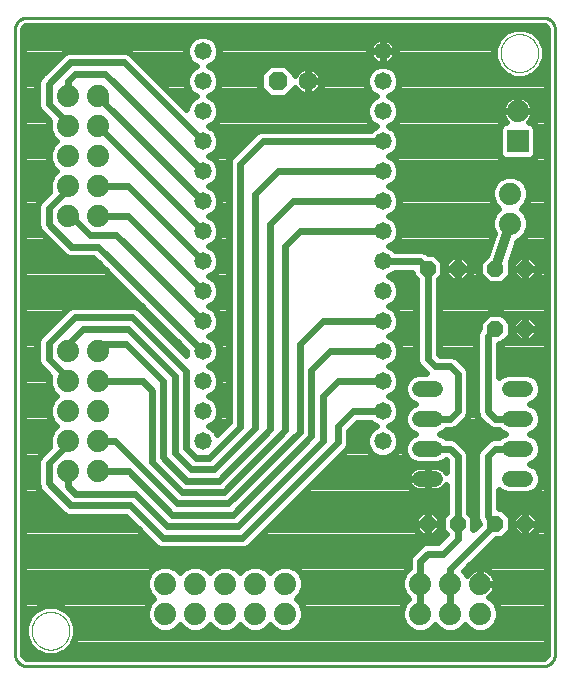
<source format=gbl>
G75*
%MOIN*%
%OFA0B0*%
%FSLAX25Y25*%
%IPPOS*%
%LPD*%
%AMOC8*
5,1,8,0,0,1.08239X$1,22.5*
%
%ADD10C,0.00000*%
%ADD11C,0.01000*%
%ADD12C,0.07400*%
%ADD13C,0.05800*%
%ADD14OC8,0.06300*%
%ADD15C,0.06300*%
%ADD16OC8,0.05200*%
%ADD17R,0.07400X0.07400*%
%ADD18C,0.05200*%
%ADD19C,0.02400*%
%ADD20C,0.03200*%
D10*
X0012712Y0019011D02*
X0012714Y0019169D01*
X0012720Y0019327D01*
X0012730Y0019485D01*
X0012744Y0019643D01*
X0012762Y0019800D01*
X0012783Y0019957D01*
X0012809Y0020113D01*
X0012839Y0020269D01*
X0012872Y0020424D01*
X0012910Y0020577D01*
X0012951Y0020730D01*
X0012996Y0020882D01*
X0013045Y0021033D01*
X0013098Y0021182D01*
X0013154Y0021330D01*
X0013214Y0021476D01*
X0013278Y0021621D01*
X0013346Y0021764D01*
X0013417Y0021906D01*
X0013491Y0022046D01*
X0013569Y0022183D01*
X0013651Y0022319D01*
X0013735Y0022453D01*
X0013824Y0022584D01*
X0013915Y0022713D01*
X0014010Y0022840D01*
X0014107Y0022965D01*
X0014208Y0023087D01*
X0014312Y0023206D01*
X0014419Y0023323D01*
X0014529Y0023437D01*
X0014642Y0023548D01*
X0014757Y0023657D01*
X0014875Y0023762D01*
X0014996Y0023864D01*
X0015119Y0023964D01*
X0015245Y0024060D01*
X0015373Y0024153D01*
X0015503Y0024243D01*
X0015636Y0024329D01*
X0015771Y0024413D01*
X0015907Y0024492D01*
X0016046Y0024569D01*
X0016187Y0024641D01*
X0016329Y0024711D01*
X0016473Y0024776D01*
X0016619Y0024838D01*
X0016766Y0024896D01*
X0016915Y0024951D01*
X0017065Y0025002D01*
X0017216Y0025049D01*
X0017368Y0025092D01*
X0017521Y0025131D01*
X0017676Y0025167D01*
X0017831Y0025198D01*
X0017987Y0025226D01*
X0018143Y0025250D01*
X0018300Y0025270D01*
X0018458Y0025286D01*
X0018615Y0025298D01*
X0018774Y0025306D01*
X0018932Y0025310D01*
X0019090Y0025310D01*
X0019248Y0025306D01*
X0019407Y0025298D01*
X0019564Y0025286D01*
X0019722Y0025270D01*
X0019879Y0025250D01*
X0020035Y0025226D01*
X0020191Y0025198D01*
X0020346Y0025167D01*
X0020501Y0025131D01*
X0020654Y0025092D01*
X0020806Y0025049D01*
X0020957Y0025002D01*
X0021107Y0024951D01*
X0021256Y0024896D01*
X0021403Y0024838D01*
X0021549Y0024776D01*
X0021693Y0024711D01*
X0021835Y0024641D01*
X0021976Y0024569D01*
X0022115Y0024492D01*
X0022251Y0024413D01*
X0022386Y0024329D01*
X0022519Y0024243D01*
X0022649Y0024153D01*
X0022777Y0024060D01*
X0022903Y0023964D01*
X0023026Y0023864D01*
X0023147Y0023762D01*
X0023265Y0023657D01*
X0023380Y0023548D01*
X0023493Y0023437D01*
X0023603Y0023323D01*
X0023710Y0023206D01*
X0023814Y0023087D01*
X0023915Y0022965D01*
X0024012Y0022840D01*
X0024107Y0022713D01*
X0024198Y0022584D01*
X0024287Y0022453D01*
X0024371Y0022319D01*
X0024453Y0022183D01*
X0024531Y0022046D01*
X0024605Y0021906D01*
X0024676Y0021764D01*
X0024744Y0021621D01*
X0024808Y0021476D01*
X0024868Y0021330D01*
X0024924Y0021182D01*
X0024977Y0021033D01*
X0025026Y0020882D01*
X0025071Y0020730D01*
X0025112Y0020577D01*
X0025150Y0020424D01*
X0025183Y0020269D01*
X0025213Y0020113D01*
X0025239Y0019957D01*
X0025260Y0019800D01*
X0025278Y0019643D01*
X0025292Y0019485D01*
X0025302Y0019327D01*
X0025308Y0019169D01*
X0025310Y0019011D01*
X0025308Y0018853D01*
X0025302Y0018695D01*
X0025292Y0018537D01*
X0025278Y0018379D01*
X0025260Y0018222D01*
X0025239Y0018065D01*
X0025213Y0017909D01*
X0025183Y0017753D01*
X0025150Y0017598D01*
X0025112Y0017445D01*
X0025071Y0017292D01*
X0025026Y0017140D01*
X0024977Y0016989D01*
X0024924Y0016840D01*
X0024868Y0016692D01*
X0024808Y0016546D01*
X0024744Y0016401D01*
X0024676Y0016258D01*
X0024605Y0016116D01*
X0024531Y0015976D01*
X0024453Y0015839D01*
X0024371Y0015703D01*
X0024287Y0015569D01*
X0024198Y0015438D01*
X0024107Y0015309D01*
X0024012Y0015182D01*
X0023915Y0015057D01*
X0023814Y0014935D01*
X0023710Y0014816D01*
X0023603Y0014699D01*
X0023493Y0014585D01*
X0023380Y0014474D01*
X0023265Y0014365D01*
X0023147Y0014260D01*
X0023026Y0014158D01*
X0022903Y0014058D01*
X0022777Y0013962D01*
X0022649Y0013869D01*
X0022519Y0013779D01*
X0022386Y0013693D01*
X0022251Y0013609D01*
X0022115Y0013530D01*
X0021976Y0013453D01*
X0021835Y0013381D01*
X0021693Y0013311D01*
X0021549Y0013246D01*
X0021403Y0013184D01*
X0021256Y0013126D01*
X0021107Y0013071D01*
X0020957Y0013020D01*
X0020806Y0012973D01*
X0020654Y0012930D01*
X0020501Y0012891D01*
X0020346Y0012855D01*
X0020191Y0012824D01*
X0020035Y0012796D01*
X0019879Y0012772D01*
X0019722Y0012752D01*
X0019564Y0012736D01*
X0019407Y0012724D01*
X0019248Y0012716D01*
X0019090Y0012712D01*
X0018932Y0012712D01*
X0018774Y0012716D01*
X0018615Y0012724D01*
X0018458Y0012736D01*
X0018300Y0012752D01*
X0018143Y0012772D01*
X0017987Y0012796D01*
X0017831Y0012824D01*
X0017676Y0012855D01*
X0017521Y0012891D01*
X0017368Y0012930D01*
X0017216Y0012973D01*
X0017065Y0013020D01*
X0016915Y0013071D01*
X0016766Y0013126D01*
X0016619Y0013184D01*
X0016473Y0013246D01*
X0016329Y0013311D01*
X0016187Y0013381D01*
X0016046Y0013453D01*
X0015907Y0013530D01*
X0015771Y0013609D01*
X0015636Y0013693D01*
X0015503Y0013779D01*
X0015373Y0013869D01*
X0015245Y0013962D01*
X0015119Y0014058D01*
X0014996Y0014158D01*
X0014875Y0014260D01*
X0014757Y0014365D01*
X0014642Y0014474D01*
X0014529Y0014585D01*
X0014419Y0014699D01*
X0014312Y0014816D01*
X0014208Y0014935D01*
X0014107Y0015057D01*
X0014010Y0015182D01*
X0013915Y0015309D01*
X0013824Y0015438D01*
X0013735Y0015569D01*
X0013651Y0015703D01*
X0013569Y0015839D01*
X0013491Y0015976D01*
X0013417Y0016116D01*
X0013346Y0016258D01*
X0013278Y0016401D01*
X0013214Y0016546D01*
X0013154Y0016692D01*
X0013098Y0016840D01*
X0013045Y0016989D01*
X0012996Y0017140D01*
X0012951Y0017292D01*
X0012910Y0017445D01*
X0012872Y0017598D01*
X0012839Y0017753D01*
X0012809Y0017909D01*
X0012783Y0018065D01*
X0012762Y0018222D01*
X0012744Y0018379D01*
X0012730Y0018537D01*
X0012720Y0018695D01*
X0012714Y0018853D01*
X0012712Y0019011D01*
X0169011Y0211590D02*
X0169013Y0211748D01*
X0169019Y0211906D01*
X0169029Y0212064D01*
X0169043Y0212222D01*
X0169061Y0212379D01*
X0169082Y0212536D01*
X0169108Y0212692D01*
X0169138Y0212848D01*
X0169171Y0213003D01*
X0169209Y0213156D01*
X0169250Y0213309D01*
X0169295Y0213461D01*
X0169344Y0213612D01*
X0169397Y0213761D01*
X0169453Y0213909D01*
X0169513Y0214055D01*
X0169577Y0214200D01*
X0169645Y0214343D01*
X0169716Y0214485D01*
X0169790Y0214625D01*
X0169868Y0214762D01*
X0169950Y0214898D01*
X0170034Y0215032D01*
X0170123Y0215163D01*
X0170214Y0215292D01*
X0170309Y0215419D01*
X0170406Y0215544D01*
X0170507Y0215666D01*
X0170611Y0215785D01*
X0170718Y0215902D01*
X0170828Y0216016D01*
X0170941Y0216127D01*
X0171056Y0216236D01*
X0171174Y0216341D01*
X0171295Y0216443D01*
X0171418Y0216543D01*
X0171544Y0216639D01*
X0171672Y0216732D01*
X0171802Y0216822D01*
X0171935Y0216908D01*
X0172070Y0216992D01*
X0172206Y0217071D01*
X0172345Y0217148D01*
X0172486Y0217220D01*
X0172628Y0217290D01*
X0172772Y0217355D01*
X0172918Y0217417D01*
X0173065Y0217475D01*
X0173214Y0217530D01*
X0173364Y0217581D01*
X0173515Y0217628D01*
X0173667Y0217671D01*
X0173820Y0217710D01*
X0173975Y0217746D01*
X0174130Y0217777D01*
X0174286Y0217805D01*
X0174442Y0217829D01*
X0174599Y0217849D01*
X0174757Y0217865D01*
X0174914Y0217877D01*
X0175073Y0217885D01*
X0175231Y0217889D01*
X0175389Y0217889D01*
X0175547Y0217885D01*
X0175706Y0217877D01*
X0175863Y0217865D01*
X0176021Y0217849D01*
X0176178Y0217829D01*
X0176334Y0217805D01*
X0176490Y0217777D01*
X0176645Y0217746D01*
X0176800Y0217710D01*
X0176953Y0217671D01*
X0177105Y0217628D01*
X0177256Y0217581D01*
X0177406Y0217530D01*
X0177555Y0217475D01*
X0177702Y0217417D01*
X0177848Y0217355D01*
X0177992Y0217290D01*
X0178134Y0217220D01*
X0178275Y0217148D01*
X0178414Y0217071D01*
X0178550Y0216992D01*
X0178685Y0216908D01*
X0178818Y0216822D01*
X0178948Y0216732D01*
X0179076Y0216639D01*
X0179202Y0216543D01*
X0179325Y0216443D01*
X0179446Y0216341D01*
X0179564Y0216236D01*
X0179679Y0216127D01*
X0179792Y0216016D01*
X0179902Y0215902D01*
X0180009Y0215785D01*
X0180113Y0215666D01*
X0180214Y0215544D01*
X0180311Y0215419D01*
X0180406Y0215292D01*
X0180497Y0215163D01*
X0180586Y0215032D01*
X0180670Y0214898D01*
X0180752Y0214762D01*
X0180830Y0214625D01*
X0180904Y0214485D01*
X0180975Y0214343D01*
X0181043Y0214200D01*
X0181107Y0214055D01*
X0181167Y0213909D01*
X0181223Y0213761D01*
X0181276Y0213612D01*
X0181325Y0213461D01*
X0181370Y0213309D01*
X0181411Y0213156D01*
X0181449Y0213003D01*
X0181482Y0212848D01*
X0181512Y0212692D01*
X0181538Y0212536D01*
X0181559Y0212379D01*
X0181577Y0212222D01*
X0181591Y0212064D01*
X0181601Y0211906D01*
X0181607Y0211748D01*
X0181609Y0211590D01*
X0181607Y0211432D01*
X0181601Y0211274D01*
X0181591Y0211116D01*
X0181577Y0210958D01*
X0181559Y0210801D01*
X0181538Y0210644D01*
X0181512Y0210488D01*
X0181482Y0210332D01*
X0181449Y0210177D01*
X0181411Y0210024D01*
X0181370Y0209871D01*
X0181325Y0209719D01*
X0181276Y0209568D01*
X0181223Y0209419D01*
X0181167Y0209271D01*
X0181107Y0209125D01*
X0181043Y0208980D01*
X0180975Y0208837D01*
X0180904Y0208695D01*
X0180830Y0208555D01*
X0180752Y0208418D01*
X0180670Y0208282D01*
X0180586Y0208148D01*
X0180497Y0208017D01*
X0180406Y0207888D01*
X0180311Y0207761D01*
X0180214Y0207636D01*
X0180113Y0207514D01*
X0180009Y0207395D01*
X0179902Y0207278D01*
X0179792Y0207164D01*
X0179679Y0207053D01*
X0179564Y0206944D01*
X0179446Y0206839D01*
X0179325Y0206737D01*
X0179202Y0206637D01*
X0179076Y0206541D01*
X0178948Y0206448D01*
X0178818Y0206358D01*
X0178685Y0206272D01*
X0178550Y0206188D01*
X0178414Y0206109D01*
X0178275Y0206032D01*
X0178134Y0205960D01*
X0177992Y0205890D01*
X0177848Y0205825D01*
X0177702Y0205763D01*
X0177555Y0205705D01*
X0177406Y0205650D01*
X0177256Y0205599D01*
X0177105Y0205552D01*
X0176953Y0205509D01*
X0176800Y0205470D01*
X0176645Y0205434D01*
X0176490Y0205403D01*
X0176334Y0205375D01*
X0176178Y0205351D01*
X0176021Y0205331D01*
X0175863Y0205315D01*
X0175706Y0205303D01*
X0175547Y0205295D01*
X0175389Y0205291D01*
X0175231Y0205291D01*
X0175073Y0205295D01*
X0174914Y0205303D01*
X0174757Y0205315D01*
X0174599Y0205331D01*
X0174442Y0205351D01*
X0174286Y0205375D01*
X0174130Y0205403D01*
X0173975Y0205434D01*
X0173820Y0205470D01*
X0173667Y0205509D01*
X0173515Y0205552D01*
X0173364Y0205599D01*
X0173214Y0205650D01*
X0173065Y0205705D01*
X0172918Y0205763D01*
X0172772Y0205825D01*
X0172628Y0205890D01*
X0172486Y0205960D01*
X0172345Y0206032D01*
X0172206Y0206109D01*
X0172070Y0206188D01*
X0171935Y0206272D01*
X0171802Y0206358D01*
X0171672Y0206448D01*
X0171544Y0206541D01*
X0171418Y0206637D01*
X0171295Y0206737D01*
X0171174Y0206839D01*
X0171056Y0206944D01*
X0170941Y0207053D01*
X0170828Y0207164D01*
X0170718Y0207278D01*
X0170611Y0207395D01*
X0170507Y0207514D01*
X0170406Y0207636D01*
X0170309Y0207761D01*
X0170214Y0207888D01*
X0170123Y0208017D01*
X0170034Y0208148D01*
X0169950Y0208282D01*
X0169868Y0208418D01*
X0169790Y0208555D01*
X0169716Y0208695D01*
X0169645Y0208837D01*
X0169577Y0208980D01*
X0169513Y0209125D01*
X0169453Y0209271D01*
X0169397Y0209419D01*
X0169344Y0209568D01*
X0169295Y0209719D01*
X0169250Y0209871D01*
X0169209Y0210024D01*
X0169171Y0210177D01*
X0169138Y0210332D01*
X0169108Y0210488D01*
X0169082Y0210644D01*
X0169061Y0210801D01*
X0169043Y0210958D01*
X0169029Y0211116D01*
X0169019Y0211274D01*
X0169013Y0211432D01*
X0169011Y0211590D01*
D11*
X0007200Y0219464D02*
X0007200Y0011137D01*
X0007202Y0011013D01*
X0007208Y0010890D01*
X0007217Y0010766D01*
X0007231Y0010644D01*
X0007248Y0010521D01*
X0007270Y0010399D01*
X0007295Y0010278D01*
X0007324Y0010158D01*
X0007356Y0010039D01*
X0007393Y0009920D01*
X0007433Y0009803D01*
X0007476Y0009688D01*
X0007524Y0009573D01*
X0007575Y0009461D01*
X0007629Y0009350D01*
X0007687Y0009240D01*
X0007748Y0009133D01*
X0007813Y0009027D01*
X0007881Y0008924D01*
X0007952Y0008823D01*
X0008026Y0008724D01*
X0008103Y0008627D01*
X0008184Y0008533D01*
X0008267Y0008442D01*
X0008353Y0008353D01*
X0008442Y0008267D01*
X0008533Y0008184D01*
X0008627Y0008103D01*
X0008724Y0008026D01*
X0008823Y0007952D01*
X0008924Y0007881D01*
X0009027Y0007813D01*
X0009133Y0007748D01*
X0009240Y0007687D01*
X0009350Y0007629D01*
X0009461Y0007575D01*
X0009573Y0007524D01*
X0009688Y0007476D01*
X0009803Y0007433D01*
X0009920Y0007393D01*
X0010039Y0007356D01*
X0010158Y0007324D01*
X0010278Y0007295D01*
X0010399Y0007270D01*
X0010521Y0007248D01*
X0010644Y0007231D01*
X0010766Y0007217D01*
X0010890Y0007208D01*
X0011013Y0007202D01*
X0011137Y0007200D01*
X0183184Y0007200D01*
X0183308Y0007202D01*
X0183431Y0007208D01*
X0183555Y0007217D01*
X0183677Y0007231D01*
X0183800Y0007248D01*
X0183922Y0007270D01*
X0184043Y0007295D01*
X0184163Y0007324D01*
X0184282Y0007356D01*
X0184401Y0007393D01*
X0184518Y0007433D01*
X0184633Y0007476D01*
X0184748Y0007524D01*
X0184860Y0007575D01*
X0184971Y0007629D01*
X0185081Y0007687D01*
X0185188Y0007748D01*
X0185294Y0007813D01*
X0185397Y0007881D01*
X0185498Y0007952D01*
X0185597Y0008026D01*
X0185694Y0008103D01*
X0185788Y0008184D01*
X0185879Y0008267D01*
X0185968Y0008353D01*
X0186054Y0008442D01*
X0186137Y0008533D01*
X0186218Y0008627D01*
X0186295Y0008724D01*
X0186369Y0008823D01*
X0186440Y0008924D01*
X0186508Y0009027D01*
X0186573Y0009133D01*
X0186634Y0009240D01*
X0186692Y0009350D01*
X0186746Y0009461D01*
X0186797Y0009573D01*
X0186845Y0009688D01*
X0186888Y0009803D01*
X0186928Y0009920D01*
X0186965Y0010039D01*
X0186997Y0010158D01*
X0187026Y0010278D01*
X0187051Y0010399D01*
X0187073Y0010521D01*
X0187090Y0010644D01*
X0187104Y0010766D01*
X0187113Y0010890D01*
X0187119Y0011013D01*
X0187121Y0011137D01*
X0187121Y0219464D01*
X0187119Y0219588D01*
X0187113Y0219711D01*
X0187104Y0219835D01*
X0187090Y0219957D01*
X0187073Y0220080D01*
X0187051Y0220202D01*
X0187026Y0220323D01*
X0186997Y0220443D01*
X0186965Y0220562D01*
X0186928Y0220681D01*
X0186888Y0220798D01*
X0186845Y0220913D01*
X0186797Y0221028D01*
X0186746Y0221140D01*
X0186692Y0221251D01*
X0186634Y0221361D01*
X0186573Y0221468D01*
X0186508Y0221574D01*
X0186440Y0221677D01*
X0186369Y0221778D01*
X0186295Y0221877D01*
X0186218Y0221974D01*
X0186137Y0222068D01*
X0186054Y0222159D01*
X0185968Y0222248D01*
X0185879Y0222334D01*
X0185788Y0222417D01*
X0185694Y0222498D01*
X0185597Y0222575D01*
X0185498Y0222649D01*
X0185397Y0222720D01*
X0185294Y0222788D01*
X0185188Y0222853D01*
X0185081Y0222914D01*
X0184971Y0222972D01*
X0184860Y0223026D01*
X0184748Y0223077D01*
X0184633Y0223125D01*
X0184518Y0223168D01*
X0184401Y0223208D01*
X0184282Y0223245D01*
X0184163Y0223277D01*
X0184043Y0223306D01*
X0183922Y0223331D01*
X0183800Y0223353D01*
X0183677Y0223370D01*
X0183555Y0223384D01*
X0183431Y0223393D01*
X0183308Y0223399D01*
X0183184Y0223401D01*
X0011137Y0223401D01*
X0011013Y0223399D01*
X0010890Y0223393D01*
X0010766Y0223384D01*
X0010644Y0223370D01*
X0010521Y0223353D01*
X0010399Y0223331D01*
X0010278Y0223306D01*
X0010158Y0223277D01*
X0010039Y0223245D01*
X0009920Y0223208D01*
X0009803Y0223168D01*
X0009688Y0223125D01*
X0009573Y0223077D01*
X0009461Y0223026D01*
X0009350Y0222972D01*
X0009240Y0222914D01*
X0009133Y0222853D01*
X0009027Y0222788D01*
X0008924Y0222720D01*
X0008823Y0222649D01*
X0008724Y0222575D01*
X0008627Y0222498D01*
X0008533Y0222417D01*
X0008442Y0222334D01*
X0008353Y0222248D01*
X0008267Y0222159D01*
X0008184Y0222068D01*
X0008103Y0221974D01*
X0008026Y0221877D01*
X0007952Y0221778D01*
X0007881Y0221677D01*
X0007813Y0221574D01*
X0007748Y0221468D01*
X0007687Y0221361D01*
X0007629Y0221251D01*
X0007575Y0221140D01*
X0007524Y0221028D01*
X0007476Y0220913D01*
X0007433Y0220798D01*
X0007393Y0220681D01*
X0007356Y0220562D01*
X0007324Y0220443D01*
X0007295Y0220323D01*
X0007270Y0220202D01*
X0007248Y0220080D01*
X0007231Y0219957D01*
X0007217Y0219835D01*
X0007208Y0219711D01*
X0007202Y0219588D01*
X0007200Y0219464D01*
D12*
X0024700Y0197200D03*
X0024700Y0187200D03*
X0024700Y0177200D03*
X0024700Y0167200D03*
X0024700Y0157200D03*
X0034700Y0157200D03*
X0034700Y0167200D03*
X0034700Y0177200D03*
X0034700Y0187200D03*
X0034700Y0197200D03*
X0034700Y0112200D03*
X0034700Y0102200D03*
X0034700Y0092200D03*
X0034700Y0082200D03*
X0034700Y0072200D03*
X0024700Y0072200D03*
X0024700Y0082200D03*
X0024700Y0092200D03*
X0024700Y0102200D03*
X0024700Y0112200D03*
X0057200Y0034700D03*
X0057200Y0024700D03*
X0067200Y0024700D03*
X0067200Y0034700D03*
X0077200Y0034700D03*
X0077200Y0024700D03*
X0087200Y0024700D03*
X0087200Y0034700D03*
X0097200Y0034700D03*
X0097200Y0024700D03*
X0142200Y0024700D03*
X0142200Y0034700D03*
X0152200Y0034700D03*
X0152200Y0024700D03*
X0162200Y0024700D03*
X0162200Y0034700D03*
X0172200Y0154700D03*
X0172200Y0164700D03*
X0174700Y0192200D03*
D13*
X0129700Y0192200D03*
X0129700Y0182200D03*
X0129700Y0172200D03*
X0129700Y0162200D03*
X0129700Y0152200D03*
X0129700Y0142200D03*
X0129700Y0132200D03*
X0129700Y0122200D03*
X0129700Y0112200D03*
X0129700Y0102200D03*
X0129700Y0092200D03*
X0129700Y0082200D03*
X0069700Y0082200D03*
X0069700Y0092200D03*
X0069700Y0102200D03*
X0069700Y0112200D03*
X0069700Y0122200D03*
X0069700Y0132200D03*
X0069700Y0142200D03*
X0069700Y0152200D03*
X0069700Y0162200D03*
X0069700Y0172200D03*
X0069700Y0182200D03*
X0069700Y0192200D03*
X0069700Y0202200D03*
X0069700Y0212200D03*
X0129700Y0212200D03*
X0129700Y0202200D03*
D14*
X0094700Y0202200D03*
D15*
X0104700Y0202200D03*
D16*
X0144700Y0139700D03*
X0154700Y0139700D03*
X0167200Y0139700D03*
X0177200Y0139700D03*
X0177200Y0119700D03*
X0167200Y0119700D03*
X0167200Y0054700D03*
X0177200Y0054700D03*
X0154700Y0054700D03*
X0144700Y0054700D03*
D17*
X0174700Y0182200D03*
D18*
X0177300Y0099700D02*
X0172100Y0099700D01*
X0172100Y0089700D02*
X0177300Y0089700D01*
X0177300Y0079700D02*
X0172100Y0079700D01*
X0172100Y0069700D02*
X0177300Y0069700D01*
X0147300Y0069700D02*
X0142100Y0069700D01*
X0142100Y0079700D02*
X0147300Y0079700D01*
X0147300Y0089700D02*
X0142100Y0089700D01*
X0142100Y0099700D02*
X0147300Y0099700D01*
D19*
X0144126Y0104900D02*
X0141066Y0104900D01*
X0139154Y0104108D01*
X0137692Y0102646D01*
X0136900Y0100734D01*
X0136900Y0098666D01*
X0137692Y0096754D01*
X0139154Y0095292D01*
X0140583Y0094700D01*
X0139154Y0094108D01*
X0137692Y0092646D01*
X0136900Y0090734D01*
X0136900Y0088666D01*
X0137692Y0086754D01*
X0139154Y0085292D01*
X0140583Y0084700D01*
X0139154Y0084108D01*
X0137692Y0082646D01*
X0136900Y0080734D01*
X0136900Y0078666D01*
X0137692Y0076754D01*
X0139154Y0075292D01*
X0141066Y0074500D01*
X0148334Y0074500D01*
X0150246Y0075292D01*
X0150740Y0075786D01*
X0150900Y0075626D01*
X0150900Y0071886D01*
X0150892Y0071901D01*
X0150504Y0072436D01*
X0150036Y0072904D01*
X0149501Y0073292D01*
X0148912Y0073592D01*
X0148284Y0073797D01*
X0147631Y0073900D01*
X0144700Y0073900D01*
X0144700Y0069700D01*
X0144700Y0069700D01*
X0144700Y0073900D01*
X0141769Y0073900D01*
X0141116Y0073797D01*
X0140488Y0073592D01*
X0139899Y0073292D01*
X0139364Y0072904D01*
X0138896Y0072436D01*
X0138508Y0071901D01*
X0138208Y0071312D01*
X0138003Y0070684D01*
X0137900Y0070031D01*
X0137900Y0069700D01*
X0144700Y0069700D01*
X0144700Y0065500D01*
X0147631Y0065500D01*
X0148284Y0065603D01*
X0148912Y0065808D01*
X0149501Y0066108D01*
X0150036Y0066496D01*
X0150504Y0066964D01*
X0150892Y0067499D01*
X0150900Y0067514D01*
X0150900Y0058254D01*
X0149500Y0056854D01*
X0149500Y0052546D01*
X0150836Y0051210D01*
X0148126Y0048500D01*
X0143944Y0048500D01*
X0142547Y0047921D01*
X0140047Y0045421D01*
X0138979Y0044353D01*
X0138400Y0042956D01*
X0138400Y0039810D01*
X0136859Y0038269D01*
X0135900Y0035953D01*
X0135900Y0033447D01*
X0136859Y0031131D01*
X0138290Y0029700D01*
X0136859Y0028269D01*
X0135900Y0025953D01*
X0135900Y0023447D01*
X0136859Y0021131D01*
X0138631Y0019359D01*
X0140947Y0018400D01*
X0143453Y0018400D01*
X0145769Y0019359D01*
X0147200Y0020790D01*
X0148631Y0019359D01*
X0150947Y0018400D01*
X0153453Y0018400D01*
X0155769Y0019359D01*
X0157200Y0020790D01*
X0158631Y0019359D01*
X0160947Y0018400D01*
X0163453Y0018400D01*
X0165769Y0019359D01*
X0167541Y0021131D01*
X0168500Y0023447D01*
X0168500Y0025953D01*
X0167541Y0028269D01*
X0165769Y0030041D01*
X0165154Y0030295D01*
X0165653Y0030657D01*
X0166243Y0031247D01*
X0166733Y0031922D01*
X0167112Y0032666D01*
X0167369Y0033459D01*
X0167500Y0034283D01*
X0167500Y0034700D01*
X0167500Y0035117D01*
X0167369Y0035941D01*
X0167112Y0036734D01*
X0166733Y0037478D01*
X0166243Y0038153D01*
X0165653Y0038743D01*
X0164978Y0039233D01*
X0164234Y0039612D01*
X0163441Y0039869D01*
X0162617Y0040000D01*
X0162200Y0040000D01*
X0162200Y0034700D01*
X0162200Y0034700D01*
X0167500Y0034700D01*
X0162200Y0034700D01*
X0162200Y0034700D01*
X0162200Y0040000D01*
X0161783Y0040000D01*
X0160959Y0039869D01*
X0160166Y0039612D01*
X0159422Y0039233D01*
X0158747Y0038743D01*
X0158157Y0038153D01*
X0157795Y0037654D01*
X0157541Y0038269D01*
X0156842Y0038968D01*
X0167374Y0049500D01*
X0169354Y0049500D01*
X0172400Y0052546D01*
X0172400Y0056854D01*
X0169354Y0059900D01*
X0168500Y0059900D01*
X0168500Y0065946D01*
X0169154Y0065292D01*
X0171066Y0064500D01*
X0178334Y0064500D01*
X0180246Y0065292D01*
X0181708Y0066754D01*
X0182500Y0068666D01*
X0182500Y0070734D01*
X0181708Y0072646D01*
X0180246Y0074108D01*
X0178817Y0074700D01*
X0180246Y0075292D01*
X0181708Y0076754D01*
X0182500Y0078666D01*
X0182500Y0080734D01*
X0181708Y0082646D01*
X0180246Y0084108D01*
X0178817Y0084700D01*
X0180246Y0085292D01*
X0181708Y0086754D01*
X0182500Y0088666D01*
X0182500Y0090734D01*
X0181708Y0092646D01*
X0180246Y0094108D01*
X0178817Y0094700D01*
X0180246Y0095292D01*
X0181708Y0096754D01*
X0182500Y0098666D01*
X0182500Y0100734D01*
X0181708Y0102646D01*
X0180246Y0104108D01*
X0178334Y0104900D01*
X0171066Y0104900D01*
X0169154Y0104108D01*
X0168500Y0103454D01*
X0168500Y0114500D01*
X0169354Y0114500D01*
X0172400Y0117546D01*
X0172400Y0121854D01*
X0169354Y0124900D01*
X0165046Y0124900D01*
X0162000Y0121854D01*
X0162000Y0119874D01*
X0161479Y0119353D01*
X0160900Y0117956D01*
X0160900Y0091444D01*
X0161479Y0090047D01*
X0163979Y0087547D01*
X0165047Y0086479D01*
X0166444Y0085900D01*
X0168546Y0085900D01*
X0169154Y0085292D01*
X0170583Y0084700D01*
X0169154Y0084108D01*
X0168546Y0083500D01*
X0166444Y0083500D01*
X0165047Y0082921D01*
X0163979Y0081853D01*
X0161479Y0079353D01*
X0160900Y0077956D01*
X0160900Y0056444D01*
X0161479Y0055047D01*
X0161826Y0054700D01*
X0159900Y0052774D01*
X0159900Y0056854D01*
X0158500Y0058254D01*
X0158500Y0077956D01*
X0157921Y0079353D01*
X0154353Y0082921D01*
X0152956Y0083500D01*
X0150854Y0083500D01*
X0150246Y0084108D01*
X0148817Y0084700D01*
X0150246Y0085292D01*
X0150854Y0085900D01*
X0152956Y0085900D01*
X0154353Y0086479D01*
X0155421Y0087547D01*
X0156853Y0088979D01*
X0157921Y0090047D01*
X0158500Y0091444D01*
X0158500Y0105456D01*
X0157921Y0106853D01*
X0156853Y0107921D01*
X0154353Y0110421D01*
X0152956Y0111000D01*
X0148774Y0111000D01*
X0148500Y0111274D01*
X0148500Y0136146D01*
X0149900Y0137546D01*
X0149900Y0141854D01*
X0146854Y0144900D01*
X0144874Y0144900D01*
X0144353Y0145421D01*
X0142956Y0146000D01*
X0133678Y0146000D01*
X0132815Y0146863D01*
X0132001Y0147200D01*
X0132815Y0147537D01*
X0134363Y0149084D01*
X0135200Y0151106D01*
X0135200Y0153294D01*
X0134363Y0155315D01*
X0132815Y0156863D01*
X0132001Y0157200D01*
X0132815Y0157537D01*
X0134363Y0159084D01*
X0135200Y0161106D01*
X0135200Y0163294D01*
X0134363Y0165315D01*
X0132815Y0166863D01*
X0132001Y0167200D01*
X0132815Y0167537D01*
X0134363Y0169084D01*
X0135200Y0171106D01*
X0135200Y0173294D01*
X0134363Y0175315D01*
X0132815Y0176863D01*
X0132001Y0177200D01*
X0132815Y0177537D01*
X0134363Y0179084D01*
X0135200Y0181106D01*
X0135200Y0183294D01*
X0134363Y0185315D01*
X0132815Y0186863D01*
X0132001Y0187200D01*
X0132815Y0187537D01*
X0134363Y0189084D01*
X0135200Y0191106D01*
X0135200Y0193294D01*
X0134363Y0195315D01*
X0132815Y0196863D01*
X0132001Y0197200D01*
X0132815Y0197537D01*
X0134363Y0199084D01*
X0135200Y0201106D01*
X0135200Y0203294D01*
X0134363Y0205315D01*
X0132815Y0206863D01*
X0130794Y0207700D01*
X0128606Y0207700D01*
X0126584Y0206863D01*
X0125037Y0205315D01*
X0124200Y0203294D01*
X0124200Y0201106D01*
X0125037Y0199084D01*
X0126584Y0197537D01*
X0127399Y0197200D01*
X0126584Y0196863D01*
X0125037Y0195315D01*
X0124200Y0193294D01*
X0124200Y0191106D01*
X0125037Y0189084D01*
X0126584Y0187537D01*
X0127399Y0187200D01*
X0126584Y0186863D01*
X0125722Y0186000D01*
X0088944Y0186000D01*
X0087547Y0185421D01*
X0086479Y0184353D01*
X0078979Y0176853D01*
X0078400Y0175456D01*
X0078400Y0088496D01*
X0074614Y0084709D01*
X0074363Y0085315D01*
X0072815Y0086863D01*
X0072001Y0087200D01*
X0072815Y0087537D01*
X0074363Y0089084D01*
X0075200Y0091106D01*
X0075200Y0093294D01*
X0074363Y0095315D01*
X0072815Y0096863D01*
X0072001Y0097200D01*
X0072815Y0097537D01*
X0074363Y0099084D01*
X0075200Y0101106D01*
X0075200Y0103294D01*
X0074363Y0105315D01*
X0072815Y0106863D01*
X0072001Y0107200D01*
X0072815Y0107537D01*
X0074363Y0109084D01*
X0075200Y0111106D01*
X0075200Y0113294D01*
X0074363Y0115315D01*
X0072815Y0116863D01*
X0072001Y0117200D01*
X0072815Y0117537D01*
X0074363Y0119084D01*
X0075200Y0121106D01*
X0075200Y0123294D01*
X0074363Y0125315D01*
X0072815Y0126863D01*
X0072001Y0127200D01*
X0072815Y0127537D01*
X0074363Y0129084D01*
X0075200Y0131106D01*
X0075200Y0133294D01*
X0074363Y0135315D01*
X0072815Y0136863D01*
X0072001Y0137200D01*
X0072815Y0137537D01*
X0074363Y0139084D01*
X0075200Y0141106D01*
X0075200Y0143294D01*
X0074363Y0145315D01*
X0072815Y0146863D01*
X0072001Y0147200D01*
X0072815Y0147537D01*
X0074363Y0149084D01*
X0075200Y0151106D01*
X0075200Y0153294D01*
X0074363Y0155315D01*
X0072815Y0156863D01*
X0072001Y0157200D01*
X0072815Y0157537D01*
X0074363Y0159084D01*
X0075200Y0161106D01*
X0075200Y0163294D01*
X0074363Y0165315D01*
X0072815Y0166863D01*
X0072001Y0167200D01*
X0072815Y0167537D01*
X0074363Y0169084D01*
X0075200Y0171106D01*
X0075200Y0173294D01*
X0074363Y0175315D01*
X0072815Y0176863D01*
X0072001Y0177200D01*
X0072815Y0177537D01*
X0074363Y0179084D01*
X0075200Y0181106D01*
X0075200Y0183294D01*
X0074363Y0185315D01*
X0072815Y0186863D01*
X0072001Y0187200D01*
X0072815Y0187537D01*
X0074363Y0189084D01*
X0075200Y0191106D01*
X0075200Y0193294D01*
X0074363Y0195315D01*
X0072815Y0196863D01*
X0072001Y0197200D01*
X0072815Y0197537D01*
X0074363Y0199084D01*
X0075200Y0201106D01*
X0075200Y0203294D01*
X0074363Y0205315D01*
X0072815Y0206863D01*
X0072001Y0207200D01*
X0072815Y0207537D01*
X0074363Y0209084D01*
X0075200Y0211106D01*
X0075200Y0213294D01*
X0074363Y0215315D01*
X0072815Y0216863D01*
X0070794Y0217700D01*
X0068606Y0217700D01*
X0066584Y0216863D01*
X0065037Y0215315D01*
X0064200Y0213294D01*
X0064200Y0211106D01*
X0065037Y0209084D01*
X0066584Y0207537D01*
X0067399Y0207200D01*
X0066584Y0206863D01*
X0065037Y0205315D01*
X0064200Y0203294D01*
X0064200Y0201106D01*
X0065037Y0199084D01*
X0066584Y0197537D01*
X0067399Y0197200D01*
X0066584Y0196863D01*
X0065037Y0195315D01*
X0064200Y0193294D01*
X0064200Y0193074D01*
X0046621Y0210653D01*
X0045553Y0211721D01*
X0044156Y0212300D01*
X0024870Y0212300D01*
X0023473Y0211721D01*
X0016247Y0204495D01*
X0015179Y0203427D01*
X0014600Y0202030D01*
X0014600Y0193835D01*
X0015179Y0192438D01*
X0018624Y0188993D01*
X0018400Y0188453D01*
X0018400Y0185947D01*
X0019359Y0183631D01*
X0020790Y0182200D01*
X0019359Y0180769D01*
X0018400Y0178453D01*
X0018400Y0175947D01*
X0019359Y0173631D01*
X0020790Y0172200D01*
X0019359Y0170769D01*
X0018400Y0168453D01*
X0018400Y0165947D01*
X0018624Y0165407D01*
X0015179Y0161962D01*
X0014600Y0160565D01*
X0014600Y0153835D01*
X0015179Y0152438D01*
X0023738Y0143879D01*
X0025135Y0143300D01*
X0033226Y0143300D01*
X0064200Y0112326D01*
X0064200Y0111106D01*
X0064312Y0110836D01*
X0049495Y0125653D01*
X0048427Y0126721D01*
X0047030Y0127300D01*
X0026335Y0127300D01*
X0024938Y0126721D01*
X0015179Y0116962D01*
X0014600Y0115565D01*
X0014600Y0108835D01*
X0015179Y0107438D01*
X0018624Y0103993D01*
X0018400Y0103453D01*
X0018400Y0100947D01*
X0019359Y0098631D01*
X0020790Y0097200D01*
X0019359Y0095769D01*
X0018400Y0093453D01*
X0018400Y0090947D01*
X0019359Y0088631D01*
X0020790Y0087200D01*
X0019359Y0085769D01*
X0018400Y0083453D01*
X0018400Y0080947D01*
X0018624Y0080407D01*
X0016247Y0078031D01*
X0015179Y0076962D01*
X0014600Y0075565D01*
X0014600Y0067370D01*
X0015179Y0065973D01*
X0023473Y0057679D01*
X0024870Y0057100D01*
X0044030Y0057100D01*
X0054251Y0046879D01*
X0055648Y0046300D01*
X0083752Y0046300D01*
X0085149Y0046879D01*
X0117921Y0079651D01*
X0118500Y0081048D01*
X0118500Y0085626D01*
X0121274Y0088400D01*
X0125722Y0088400D01*
X0126584Y0087537D01*
X0127399Y0087200D01*
X0126584Y0086863D01*
X0125037Y0085315D01*
X0124200Y0083294D01*
X0124200Y0081106D01*
X0125037Y0079084D01*
X0126584Y0077537D01*
X0128606Y0076700D01*
X0130794Y0076700D01*
X0132815Y0077537D01*
X0134363Y0079084D01*
X0135200Y0081106D01*
X0135200Y0083294D01*
X0134363Y0085315D01*
X0132815Y0086863D01*
X0132001Y0087200D01*
X0132815Y0087537D01*
X0134363Y0089084D01*
X0135200Y0091106D01*
X0135200Y0093294D01*
X0134363Y0095315D01*
X0132815Y0096863D01*
X0132001Y0097200D01*
X0132815Y0097537D01*
X0134363Y0099084D01*
X0135200Y0101106D01*
X0135200Y0103294D01*
X0134363Y0105315D01*
X0132815Y0106863D01*
X0132001Y0107200D01*
X0132815Y0107537D01*
X0134363Y0109084D01*
X0135200Y0111106D01*
X0135200Y0113294D01*
X0134363Y0115315D01*
X0132815Y0116863D01*
X0132001Y0117200D01*
X0132815Y0117537D01*
X0134363Y0119084D01*
X0135200Y0121106D01*
X0135200Y0123294D01*
X0134363Y0125315D01*
X0132815Y0126863D01*
X0132001Y0127200D01*
X0132815Y0127537D01*
X0134363Y0129084D01*
X0135200Y0131106D01*
X0135200Y0133294D01*
X0134363Y0135315D01*
X0132815Y0136863D01*
X0132001Y0137200D01*
X0132815Y0137537D01*
X0133678Y0138400D01*
X0139500Y0138400D01*
X0139500Y0137546D01*
X0140900Y0136146D01*
X0140900Y0108944D01*
X0141479Y0107547D01*
X0143979Y0105047D01*
X0144126Y0104900D01*
X0143487Y0105539D02*
X0134139Y0105539D01*
X0133216Y0107937D02*
X0141317Y0107937D01*
X0140900Y0110336D02*
X0134881Y0110336D01*
X0135200Y0112734D02*
X0140900Y0112734D01*
X0140900Y0115133D02*
X0134438Y0115133D01*
X0132801Y0117532D02*
X0140900Y0117532D01*
X0140900Y0119930D02*
X0134713Y0119930D01*
X0135200Y0122329D02*
X0140900Y0122329D01*
X0140900Y0124727D02*
X0134606Y0124727D01*
X0132181Y0127126D02*
X0140900Y0127126D01*
X0140900Y0129524D02*
X0134545Y0129524D01*
X0135200Y0131923D02*
X0140900Y0131923D01*
X0140900Y0134321D02*
X0134775Y0134321D01*
X0132959Y0136720D02*
X0140326Y0136720D01*
X0144700Y0139700D02*
X0142200Y0142200D01*
X0129700Y0142200D01*
X0133364Y0146314D02*
X0164977Y0146314D01*
X0164236Y0144090D02*
X0162000Y0141854D01*
X0162000Y0137546D01*
X0165046Y0134500D01*
X0169354Y0134500D01*
X0172400Y0137546D01*
X0172400Y0141854D01*
X0172359Y0141895D01*
X0174699Y0148916D01*
X0175769Y0149359D01*
X0177541Y0151131D01*
X0178500Y0153447D01*
X0178500Y0155953D01*
X0177541Y0158269D01*
X0176110Y0159700D01*
X0177541Y0161131D01*
X0178500Y0163447D01*
X0178500Y0165953D01*
X0177541Y0168269D01*
X0175769Y0170041D01*
X0173453Y0171000D01*
X0170947Y0171000D01*
X0168631Y0170041D01*
X0166859Y0168269D01*
X0165900Y0165953D01*
X0165900Y0163447D01*
X0166859Y0161131D01*
X0168290Y0159700D01*
X0166859Y0158269D01*
X0165900Y0155953D01*
X0165900Y0153447D01*
X0166706Y0151500D01*
X0164236Y0144090D01*
X0164061Y0143915D02*
X0147839Y0143915D01*
X0149900Y0141517D02*
X0150577Y0141517D01*
X0150500Y0141440D02*
X0150500Y0139700D01*
X0154700Y0139700D01*
X0158900Y0139700D01*
X0158900Y0141440D01*
X0156440Y0143900D01*
X0154700Y0143900D01*
X0154700Y0139700D01*
X0154700Y0139700D01*
X0154700Y0139700D01*
X0158900Y0139700D01*
X0158900Y0137960D01*
X0156440Y0135500D01*
X0154700Y0135500D01*
X0154700Y0139700D01*
X0154700Y0139700D01*
X0154700Y0139700D01*
X0154700Y0143900D01*
X0152960Y0143900D01*
X0150500Y0141440D01*
X0150500Y0139700D02*
X0150500Y0137960D01*
X0152960Y0135500D01*
X0154700Y0135500D01*
X0154700Y0139700D01*
X0150500Y0139700D01*
X0150500Y0139118D02*
X0149900Y0139118D01*
X0149074Y0136720D02*
X0151741Y0136720D01*
X0154700Y0136720D02*
X0154700Y0136720D01*
X0154700Y0139118D02*
X0154700Y0139118D01*
X0154700Y0141517D02*
X0154700Y0141517D01*
X0158823Y0141517D02*
X0162000Y0141517D01*
X0162000Y0139118D02*
X0158900Y0139118D01*
X0157659Y0136720D02*
X0162826Y0136720D01*
X0171574Y0136720D02*
X0174241Y0136720D01*
X0175460Y0135500D02*
X0177200Y0135500D01*
X0178940Y0135500D01*
X0181400Y0137960D01*
X0181400Y0139700D01*
X0181400Y0141440D01*
X0178940Y0143900D01*
X0177200Y0143900D01*
X0177200Y0139700D01*
X0181400Y0139700D01*
X0177200Y0139700D01*
X0177200Y0139700D01*
X0177200Y0139700D01*
X0177200Y0135500D01*
X0177200Y0139700D01*
X0177200Y0139700D01*
X0177200Y0139700D01*
X0173000Y0139700D01*
X0173000Y0141440D01*
X0175460Y0143900D01*
X0177200Y0143900D01*
X0177200Y0139700D01*
X0173000Y0139700D01*
X0173000Y0137960D01*
X0175460Y0135500D01*
X0177200Y0136720D02*
X0177200Y0136720D01*
X0177200Y0139118D02*
X0177200Y0139118D01*
X0177200Y0141517D02*
X0177200Y0141517D01*
X0181323Y0141517D02*
X0184421Y0141517D01*
X0184421Y0143915D02*
X0173032Y0143915D01*
X0173077Y0141517D02*
X0172400Y0141517D01*
X0172400Y0139118D02*
X0173000Y0139118D01*
X0173832Y0146314D02*
X0184421Y0146314D01*
X0184421Y0148712D02*
X0174631Y0148712D01*
X0177520Y0151111D02*
X0184421Y0151111D01*
X0184421Y0153509D02*
X0178500Y0153509D01*
X0178500Y0155908D02*
X0184421Y0155908D01*
X0184421Y0158306D02*
X0177503Y0158306D01*
X0177114Y0160705D02*
X0184421Y0160705D01*
X0184421Y0163103D02*
X0178358Y0163103D01*
X0178500Y0165502D02*
X0184421Y0165502D01*
X0184421Y0167900D02*
X0177693Y0167900D01*
X0175146Y0170299D02*
X0184421Y0170299D01*
X0184421Y0172697D02*
X0135200Y0172697D01*
X0134866Y0170299D02*
X0169254Y0170299D01*
X0166707Y0167900D02*
X0133178Y0167900D01*
X0134176Y0165502D02*
X0165900Y0165502D01*
X0166042Y0163103D02*
X0135200Y0163103D01*
X0135034Y0160705D02*
X0167286Y0160705D01*
X0166897Y0158306D02*
X0133584Y0158306D01*
X0133770Y0155908D02*
X0165900Y0155908D01*
X0165900Y0153509D02*
X0135111Y0153509D01*
X0135200Y0151111D02*
X0166576Y0151111D01*
X0165777Y0148712D02*
X0133990Y0148712D01*
X0129700Y0152200D02*
X0102200Y0152200D01*
X0097200Y0147200D01*
X0097200Y0085800D01*
X0076700Y0065300D01*
X0062700Y0065300D01*
X0052800Y0075200D01*
X0052800Y0099100D01*
X0049700Y0102200D01*
X0034700Y0102200D01*
X0034700Y0112200D02*
X0037200Y0114700D01*
X0044326Y0114700D01*
X0056600Y0102426D01*
X0056600Y0076774D01*
X0064274Y0069100D01*
X0075126Y0069100D01*
X0092200Y0086174D01*
X0092200Y0154700D01*
X0099700Y0162200D01*
X0129700Y0162200D01*
X0129700Y0172200D02*
X0094700Y0172200D01*
X0087200Y0164700D01*
X0087200Y0086548D01*
X0073552Y0072900D01*
X0065848Y0072900D01*
X0060400Y0078348D01*
X0060400Y0104000D01*
X0044700Y0119700D01*
X0029700Y0119700D01*
X0024700Y0114700D01*
X0024700Y0112200D01*
X0018400Y0109590D02*
X0024700Y0103290D01*
X0024700Y0102200D01*
X0019647Y0098343D02*
X0009900Y0098343D01*
X0009900Y0095945D02*
X0019535Y0095945D01*
X0018439Y0093546D02*
X0009900Y0093546D01*
X0009900Y0091148D02*
X0018400Y0091148D01*
X0019310Y0088749D02*
X0009900Y0088749D01*
X0009900Y0086351D02*
X0019941Y0086351D01*
X0018607Y0083952D02*
X0009900Y0083952D01*
X0009900Y0081554D02*
X0018400Y0081554D01*
X0017372Y0079155D02*
X0009900Y0079155D01*
X0009900Y0076757D02*
X0015094Y0076757D01*
X0014600Y0074358D02*
X0009900Y0074358D01*
X0009900Y0071960D02*
X0014600Y0071960D01*
X0014600Y0069561D02*
X0009900Y0069561D01*
X0009900Y0067163D02*
X0014686Y0067163D01*
X0016388Y0064764D02*
X0009900Y0064764D01*
X0009900Y0062366D02*
X0018786Y0062366D01*
X0021185Y0059967D02*
X0009900Y0059967D01*
X0009900Y0057569D02*
X0023738Y0057569D01*
X0025626Y0060900D02*
X0018400Y0068126D01*
X0018400Y0074810D01*
X0024700Y0081110D01*
X0024700Y0082200D01*
X0024700Y0072200D02*
X0024700Y0067200D01*
X0027200Y0064700D01*
X0047178Y0064700D01*
X0057978Y0053900D01*
X0081422Y0053900D01*
X0109800Y0082278D01*
X0109800Y0097300D01*
X0114700Y0102200D01*
X0129700Y0102200D01*
X0133622Y0098343D02*
X0137033Y0098343D01*
X0136903Y0100742D02*
X0135049Y0100742D01*
X0135200Y0103140D02*
X0138187Y0103140D01*
X0138501Y0095945D02*
X0133733Y0095945D01*
X0135095Y0093546D02*
X0138592Y0093546D01*
X0137071Y0091148D02*
X0135200Y0091148D01*
X0134028Y0088749D02*
X0136900Y0088749D01*
X0138095Y0086351D02*
X0133327Y0086351D01*
X0134927Y0083952D02*
X0138998Y0083952D01*
X0137239Y0081554D02*
X0135200Y0081554D01*
X0134392Y0079155D02*
X0136900Y0079155D01*
X0137691Y0076757D02*
X0130931Y0076757D01*
X0128469Y0076757D02*
X0115027Y0076757D01*
X0112629Y0074358D02*
X0150900Y0074358D01*
X0150850Y0071960D02*
X0150900Y0071960D01*
X0150900Y0067163D02*
X0150648Y0067163D01*
X0150900Y0064764D02*
X0103035Y0064764D01*
X0105433Y0067163D02*
X0138752Y0067163D01*
X0138896Y0066964D02*
X0139364Y0066496D01*
X0139899Y0066108D01*
X0140488Y0065808D01*
X0141116Y0065603D01*
X0141769Y0065500D01*
X0144700Y0065500D01*
X0144700Y0069700D01*
X0144700Y0069700D01*
X0144700Y0069700D01*
X0137900Y0069700D01*
X0137900Y0069369D01*
X0138003Y0068716D01*
X0138208Y0068088D01*
X0138508Y0067499D01*
X0138896Y0066964D01*
X0137900Y0069561D02*
X0107832Y0069561D01*
X0110230Y0071960D02*
X0138550Y0071960D01*
X0144700Y0071960D02*
X0144700Y0071960D01*
X0144700Y0069561D02*
X0144700Y0069561D01*
X0144700Y0067163D02*
X0144700Y0067163D01*
X0150900Y0062366D02*
X0100636Y0062366D01*
X0098238Y0059967D02*
X0150900Y0059967D01*
X0150215Y0057569D02*
X0147771Y0057569D01*
X0148900Y0056440D02*
X0146440Y0058900D01*
X0144700Y0058900D01*
X0144700Y0054700D01*
X0148900Y0054700D01*
X0148900Y0056440D01*
X0148900Y0055170D02*
X0149500Y0055170D01*
X0148900Y0054700D02*
X0148900Y0052960D01*
X0146440Y0050500D01*
X0144700Y0050500D01*
X0144700Y0054700D01*
X0144700Y0054700D01*
X0144700Y0054700D01*
X0148900Y0054700D01*
X0148711Y0052772D02*
X0149500Y0052772D01*
X0149999Y0050373D02*
X0088644Y0050373D01*
X0086245Y0047975D02*
X0142676Y0047975D01*
X0142960Y0050500D02*
X0144700Y0050500D01*
X0144700Y0054700D01*
X0144700Y0054700D01*
X0144700Y0054700D01*
X0140500Y0054700D01*
X0140500Y0056440D01*
X0142960Y0058900D01*
X0144700Y0058900D01*
X0144700Y0054700D01*
X0140500Y0054700D01*
X0140500Y0052960D01*
X0142960Y0050500D01*
X0144700Y0052772D02*
X0144700Y0052772D01*
X0144700Y0055170D02*
X0144700Y0055170D01*
X0144700Y0057569D02*
X0144700Y0057569D01*
X0141629Y0057569D02*
X0095839Y0057569D01*
X0093441Y0055170D02*
X0140500Y0055170D01*
X0140689Y0052772D02*
X0091042Y0052772D01*
X0082996Y0050100D02*
X0114700Y0081804D01*
X0114700Y0087200D01*
X0119700Y0092200D01*
X0129700Y0092200D01*
X0126073Y0086351D02*
X0119225Y0086351D01*
X0118500Y0083952D02*
X0124473Y0083952D01*
X0124200Y0081554D02*
X0118500Y0081554D01*
X0117426Y0079155D02*
X0125008Y0079155D01*
X0106000Y0083852D02*
X0106000Y0106000D01*
X0112200Y0112200D01*
X0129700Y0112200D01*
X0129700Y0122200D02*
X0109700Y0122200D01*
X0102200Y0114700D01*
X0102200Y0085426D01*
X0078274Y0061500D01*
X0061126Y0061500D01*
X0040426Y0082200D01*
X0034700Y0082200D01*
X0034700Y0072200D02*
X0045052Y0072200D01*
X0059552Y0057700D01*
X0079848Y0057700D01*
X0106000Y0083852D01*
X0082200Y0086922D02*
X0082200Y0174700D01*
X0089700Y0182200D01*
X0129700Y0182200D01*
X0135200Y0182291D02*
X0168400Y0182291D01*
X0168400Y0179893D02*
X0134697Y0179893D01*
X0132712Y0177494D02*
X0168602Y0177494D01*
X0168796Y0177027D02*
X0169527Y0176296D01*
X0170483Y0175900D01*
X0178917Y0175900D01*
X0179873Y0176296D01*
X0180604Y0177027D01*
X0181000Y0177983D01*
X0181000Y0186417D01*
X0180604Y0187373D01*
X0179873Y0188104D01*
X0178917Y0188500D01*
X0178495Y0188500D01*
X0178743Y0188747D01*
X0179233Y0189422D01*
X0179612Y0190166D01*
X0179869Y0190959D01*
X0180000Y0191783D01*
X0180000Y0192200D01*
X0180000Y0192617D01*
X0179869Y0193441D01*
X0179612Y0194234D01*
X0179233Y0194978D01*
X0178743Y0195653D01*
X0178153Y0196243D01*
X0177478Y0196733D01*
X0176734Y0197112D01*
X0175941Y0197369D01*
X0175117Y0197500D01*
X0174700Y0197500D01*
X0174700Y0192200D01*
X0180000Y0192200D01*
X0174700Y0192200D01*
X0174700Y0192200D01*
X0174700Y0192200D01*
X0174700Y0192200D01*
X0169400Y0192200D01*
X0169400Y0192617D01*
X0169530Y0193441D01*
X0169788Y0194234D01*
X0170167Y0194978D01*
X0170657Y0195653D01*
X0171247Y0196243D01*
X0171922Y0196733D01*
X0172666Y0197112D01*
X0173459Y0197369D01*
X0174283Y0197500D01*
X0174700Y0197500D01*
X0174700Y0192200D01*
X0169400Y0192200D01*
X0169400Y0191783D01*
X0169530Y0190959D01*
X0169788Y0190166D01*
X0170167Y0189422D01*
X0170657Y0188747D01*
X0170905Y0188500D01*
X0170483Y0188500D01*
X0169527Y0188104D01*
X0168796Y0187373D01*
X0168400Y0186417D01*
X0168400Y0177983D01*
X0168796Y0177027D01*
X0168400Y0184690D02*
X0134622Y0184690D01*
X0132271Y0187088D02*
X0168678Y0187088D01*
X0170134Y0189487D02*
X0134529Y0189487D01*
X0135200Y0191885D02*
X0169400Y0191885D01*
X0169813Y0194284D02*
X0134790Y0194284D01*
X0132996Y0196682D02*
X0171853Y0196682D01*
X0174700Y0196682D02*
X0174700Y0196682D01*
X0174700Y0194284D02*
X0174700Y0194284D01*
X0177547Y0196682D02*
X0184421Y0196682D01*
X0184421Y0194284D02*
X0179587Y0194284D01*
X0180000Y0191885D02*
X0184421Y0191885D01*
X0184421Y0189487D02*
X0179266Y0189487D01*
X0180722Y0187088D02*
X0184421Y0187088D01*
X0184421Y0184690D02*
X0181000Y0184690D01*
X0181000Y0182291D02*
X0184421Y0182291D01*
X0184421Y0179893D02*
X0181000Y0179893D01*
X0180798Y0177494D02*
X0184421Y0177494D01*
X0184421Y0175096D02*
X0134454Y0175096D01*
X0127129Y0187088D02*
X0072271Y0187088D01*
X0074529Y0189487D02*
X0124871Y0189487D01*
X0124200Y0191885D02*
X0075200Y0191885D01*
X0074790Y0194284D02*
X0124610Y0194284D01*
X0126404Y0196682D02*
X0097314Y0196682D01*
X0097082Y0196450D02*
X0100450Y0199818D01*
X0100450Y0200078D01*
X0100637Y0199710D01*
X0101077Y0199106D01*
X0101606Y0198577D01*
X0102210Y0198137D01*
X0102877Y0197798D01*
X0103588Y0197567D01*
X0104326Y0197450D01*
X0104700Y0197450D01*
X0105074Y0197450D01*
X0105812Y0197567D01*
X0106523Y0197798D01*
X0107190Y0198137D01*
X0107794Y0198577D01*
X0108323Y0199106D01*
X0108763Y0199710D01*
X0109102Y0200377D01*
X0109333Y0201088D01*
X0109450Y0201826D01*
X0109450Y0202200D01*
X0109450Y0202574D01*
X0109333Y0203312D01*
X0109102Y0204023D01*
X0108763Y0204690D01*
X0108323Y0205294D01*
X0107794Y0205823D01*
X0107190Y0206263D01*
X0106523Y0206602D01*
X0105812Y0206833D01*
X0105074Y0206950D01*
X0104700Y0206950D01*
X0104700Y0202200D01*
X0109450Y0202200D01*
X0104700Y0202200D01*
X0104700Y0202200D01*
X0104700Y0202200D01*
X0104700Y0197450D01*
X0104700Y0202200D01*
X0104700Y0202200D01*
X0104700Y0206950D01*
X0104326Y0206950D01*
X0103588Y0206833D01*
X0102877Y0206602D01*
X0102210Y0206263D01*
X0101606Y0205823D01*
X0101077Y0205294D01*
X0100637Y0204690D01*
X0100450Y0204322D01*
X0100450Y0204582D01*
X0097082Y0207950D01*
X0092318Y0207950D01*
X0088950Y0204582D01*
X0088950Y0199818D01*
X0092318Y0196450D01*
X0097082Y0196450D01*
X0099713Y0199081D02*
X0101102Y0199081D01*
X0104700Y0199081D02*
X0104700Y0199081D01*
X0104700Y0201479D02*
X0104700Y0201479D01*
X0104700Y0203878D02*
X0104700Y0203878D01*
X0104700Y0206276D02*
X0104700Y0206276D01*
X0102238Y0206276D02*
X0098755Y0206276D01*
X0090645Y0206276D02*
X0073402Y0206276D01*
X0073953Y0208675D02*
X0126896Y0208675D01*
X0126768Y0208768D02*
X0127341Y0208351D01*
X0127973Y0208030D01*
X0128646Y0207811D01*
X0129346Y0207700D01*
X0129700Y0207700D01*
X0130054Y0207700D01*
X0130754Y0207811D01*
X0131427Y0208030D01*
X0132059Y0208351D01*
X0132632Y0208768D01*
X0133132Y0209268D01*
X0133549Y0209841D01*
X0133870Y0210473D01*
X0134089Y0211146D01*
X0134200Y0211846D01*
X0134200Y0212200D01*
X0134200Y0212554D01*
X0134089Y0213254D01*
X0133870Y0213927D01*
X0133549Y0214559D01*
X0133132Y0215132D01*
X0132632Y0215632D01*
X0132059Y0216049D01*
X0131427Y0216370D01*
X0130754Y0216589D01*
X0130054Y0216700D01*
X0129700Y0216700D01*
X0129700Y0212200D01*
X0134200Y0212200D01*
X0129700Y0212200D01*
X0129700Y0212200D01*
X0129700Y0212200D01*
X0129700Y0207700D01*
X0129700Y0212200D01*
X0129700Y0212200D01*
X0129700Y0212200D01*
X0125200Y0212200D01*
X0125200Y0212554D01*
X0125311Y0213254D01*
X0125530Y0213927D01*
X0125851Y0214559D01*
X0126268Y0215132D01*
X0126768Y0215632D01*
X0127341Y0216049D01*
X0127973Y0216370D01*
X0128646Y0216589D01*
X0129346Y0216700D01*
X0129700Y0216700D01*
X0129700Y0212200D01*
X0125200Y0212200D01*
X0125200Y0211846D01*
X0125311Y0211146D01*
X0125530Y0210473D01*
X0125851Y0209841D01*
X0126268Y0209268D01*
X0126768Y0208768D01*
X0125998Y0206276D02*
X0107162Y0206276D01*
X0109149Y0203878D02*
X0124442Y0203878D01*
X0124200Y0201479D02*
X0109395Y0201479D01*
X0108298Y0199081D02*
X0125041Y0199081D01*
X0129700Y0208675D02*
X0129700Y0208675D01*
X0129700Y0211073D02*
X0129700Y0211073D01*
X0129700Y0213472D02*
X0129700Y0213472D01*
X0129700Y0215870D02*
X0129700Y0215870D01*
X0132304Y0215870D02*
X0167884Y0215870D01*
X0168105Y0216404D02*
X0166811Y0213280D01*
X0166811Y0209899D01*
X0168105Y0206775D01*
X0170496Y0204384D01*
X0173620Y0203091D01*
X0177001Y0203091D01*
X0180125Y0204384D01*
X0182516Y0206775D01*
X0183809Y0209899D01*
X0183809Y0213280D01*
X0182516Y0216404D01*
X0180125Y0218795D01*
X0177001Y0220089D01*
X0173620Y0220089D01*
X0170496Y0218795D01*
X0168105Y0216404D01*
X0169970Y0218269D02*
X0009900Y0218269D01*
X0009900Y0219464D02*
X0009924Y0219705D01*
X0010108Y0220151D01*
X0010450Y0220492D01*
X0010896Y0220677D01*
X0011137Y0220701D01*
X0183184Y0220701D01*
X0183426Y0220677D01*
X0183871Y0220492D01*
X0184213Y0220151D01*
X0184397Y0219705D01*
X0184421Y0219464D01*
X0184421Y0011137D01*
X0184397Y0010896D01*
X0184213Y0010450D01*
X0183871Y0010108D01*
X0183426Y0009924D01*
X0183184Y0009900D01*
X0011137Y0009900D01*
X0010896Y0009924D01*
X0010450Y0010108D01*
X0010108Y0010450D01*
X0009924Y0010896D01*
X0009900Y0011137D01*
X0009900Y0219464D01*
X0010873Y0220668D02*
X0183449Y0220668D01*
X0184421Y0218269D02*
X0180651Y0218269D01*
X0182737Y0215870D02*
X0184421Y0215870D01*
X0184421Y0213472D02*
X0183730Y0213472D01*
X0183809Y0211073D02*
X0184421Y0211073D01*
X0184421Y0208675D02*
X0183302Y0208675D01*
X0184421Y0206276D02*
X0182017Y0206276D01*
X0184421Y0203878D02*
X0178902Y0203878D01*
X0184421Y0201479D02*
X0135200Y0201479D01*
X0134958Y0203878D02*
X0171719Y0203878D01*
X0168604Y0206276D02*
X0133402Y0206276D01*
X0132504Y0208675D02*
X0167318Y0208675D01*
X0166811Y0211073D02*
X0134066Y0211073D01*
X0134018Y0213472D02*
X0166890Y0213472D01*
X0184421Y0199081D02*
X0134359Y0199081D01*
X0125334Y0211073D02*
X0075187Y0211073D01*
X0075126Y0213472D02*
X0125382Y0213472D01*
X0127096Y0215870D02*
X0073808Y0215870D01*
X0065592Y0215870D02*
X0009900Y0215870D01*
X0009900Y0213472D02*
X0064274Y0213472D01*
X0064213Y0211073D02*
X0046201Y0211073D01*
X0043400Y0208500D02*
X0025626Y0208500D01*
X0018400Y0201274D01*
X0018400Y0194590D01*
X0024700Y0188290D01*
X0024700Y0187200D01*
X0020699Y0182291D02*
X0009900Y0182291D01*
X0009900Y0179893D02*
X0018996Y0179893D01*
X0018400Y0177494D02*
X0009900Y0177494D01*
X0009900Y0175096D02*
X0018753Y0175096D01*
X0020293Y0172697D02*
X0009900Y0172697D01*
X0009900Y0170299D02*
X0019164Y0170299D01*
X0018400Y0167900D02*
X0009900Y0167900D01*
X0009900Y0165502D02*
X0018584Y0165502D01*
X0016320Y0163103D02*
X0009900Y0163103D01*
X0009900Y0160705D02*
X0014658Y0160705D01*
X0014600Y0158306D02*
X0009900Y0158306D01*
X0009900Y0155908D02*
X0014600Y0155908D01*
X0014735Y0153509D02*
X0009900Y0153509D01*
X0009900Y0151111D02*
X0016506Y0151111D01*
X0018904Y0148712D02*
X0009900Y0148712D01*
X0009900Y0146314D02*
X0021303Y0146314D01*
X0023701Y0143915D02*
X0009900Y0143915D01*
X0009900Y0141517D02*
X0035009Y0141517D01*
X0037408Y0139118D02*
X0009900Y0139118D01*
X0009900Y0136720D02*
X0039806Y0136720D01*
X0042205Y0134321D02*
X0009900Y0134321D01*
X0009900Y0131923D02*
X0044603Y0131923D01*
X0047002Y0129524D02*
X0009900Y0129524D01*
X0009900Y0127126D02*
X0025913Y0127126D01*
X0027090Y0123500D02*
X0018400Y0114810D01*
X0018400Y0109590D01*
X0014972Y0107937D02*
X0009900Y0107937D01*
X0009900Y0105539D02*
X0017077Y0105539D01*
X0018400Y0103140D02*
X0009900Y0103140D01*
X0009900Y0100742D02*
X0018485Y0100742D01*
X0014600Y0110336D02*
X0009900Y0110336D01*
X0009900Y0112734D02*
X0014600Y0112734D01*
X0014600Y0115133D02*
X0009900Y0115133D01*
X0009900Y0117532D02*
X0015748Y0117532D01*
X0018146Y0119930D02*
X0009900Y0119930D01*
X0009900Y0122329D02*
X0020545Y0122329D01*
X0022944Y0124727D02*
X0009900Y0124727D01*
X0027090Y0123500D02*
X0046274Y0123500D01*
X0064200Y0105574D01*
X0064200Y0079922D01*
X0067422Y0076700D01*
X0071978Y0076700D01*
X0082200Y0086922D01*
X0078400Y0088749D02*
X0074028Y0088749D01*
X0073327Y0086351D02*
X0076255Y0086351D01*
X0075200Y0091148D02*
X0078400Y0091148D01*
X0078400Y0093546D02*
X0075095Y0093546D01*
X0073733Y0095945D02*
X0078400Y0095945D01*
X0078400Y0098343D02*
X0073622Y0098343D01*
X0075049Y0100742D02*
X0078400Y0100742D01*
X0078400Y0103140D02*
X0075200Y0103140D01*
X0074139Y0105539D02*
X0078400Y0105539D01*
X0078400Y0107937D02*
X0073216Y0107937D01*
X0074881Y0110336D02*
X0078400Y0110336D01*
X0078400Y0112734D02*
X0075200Y0112734D01*
X0074438Y0115133D02*
X0078400Y0115133D01*
X0078400Y0117532D02*
X0072801Y0117532D01*
X0074713Y0119930D02*
X0078400Y0119930D01*
X0078400Y0122329D02*
X0075200Y0122329D01*
X0074606Y0124727D02*
X0078400Y0124727D01*
X0078400Y0127126D02*
X0072181Y0127126D01*
X0074545Y0129524D02*
X0078400Y0129524D01*
X0078400Y0131923D02*
X0075200Y0131923D01*
X0074775Y0134321D02*
X0078400Y0134321D01*
X0078400Y0136720D02*
X0072959Y0136720D01*
X0074377Y0139118D02*
X0078400Y0139118D01*
X0078400Y0141517D02*
X0075200Y0141517D01*
X0074943Y0143915D02*
X0078400Y0143915D01*
X0078400Y0146314D02*
X0073364Y0146314D01*
X0073990Y0148712D02*
X0078400Y0148712D01*
X0078400Y0151111D02*
X0075200Y0151111D01*
X0075111Y0153509D02*
X0078400Y0153509D01*
X0078400Y0155908D02*
X0073770Y0155908D01*
X0073584Y0158306D02*
X0078400Y0158306D01*
X0078400Y0160705D02*
X0075034Y0160705D01*
X0075200Y0163103D02*
X0078400Y0163103D01*
X0078400Y0165502D02*
X0074176Y0165502D01*
X0073178Y0167900D02*
X0078400Y0167900D01*
X0078400Y0170299D02*
X0074866Y0170299D01*
X0075200Y0172697D02*
X0078400Y0172697D01*
X0078400Y0175096D02*
X0074454Y0175096D01*
X0072712Y0177494D02*
X0079620Y0177494D01*
X0082019Y0179893D02*
X0074697Y0179893D01*
X0075200Y0182291D02*
X0084417Y0182291D01*
X0086816Y0184690D02*
X0074622Y0184690D01*
X0069700Y0182200D02*
X0043400Y0208500D01*
X0048599Y0208675D02*
X0065447Y0208675D01*
X0065998Y0206276D02*
X0050998Y0206276D01*
X0053396Y0203878D02*
X0064442Y0203878D01*
X0064200Y0201479D02*
X0055795Y0201479D01*
X0058193Y0199081D02*
X0065041Y0199081D01*
X0066404Y0196682D02*
X0060592Y0196682D01*
X0062990Y0194284D02*
X0064610Y0194284D01*
X0072996Y0196682D02*
X0092086Y0196682D01*
X0089687Y0199081D02*
X0074359Y0199081D01*
X0075200Y0201479D02*
X0088950Y0201479D01*
X0088950Y0203878D02*
X0074958Y0203878D01*
X0069700Y0172200D02*
X0037200Y0204700D01*
X0027200Y0204700D01*
X0024700Y0202200D01*
X0024700Y0197200D01*
X0018130Y0189487D02*
X0009900Y0189487D01*
X0009900Y0191885D02*
X0015731Y0191885D01*
X0014600Y0194284D02*
X0009900Y0194284D01*
X0009900Y0196682D02*
X0014600Y0196682D01*
X0014600Y0199081D02*
X0009900Y0199081D01*
X0009900Y0201479D02*
X0014600Y0201479D01*
X0015630Y0203878D02*
X0009900Y0203878D01*
X0009900Y0206276D02*
X0018028Y0206276D01*
X0020427Y0208675D02*
X0009900Y0208675D01*
X0009900Y0211073D02*
X0022825Y0211073D01*
X0034700Y0197200D02*
X0037200Y0197200D01*
X0037200Y0194700D01*
X0069700Y0162200D01*
X0069700Y0152200D02*
X0034700Y0187200D01*
X0018921Y0184690D02*
X0009900Y0184690D01*
X0009900Y0187088D02*
X0018400Y0187088D01*
X0024700Y0167200D02*
X0024700Y0166110D01*
X0018400Y0159810D01*
X0018400Y0154590D01*
X0025890Y0147100D01*
X0034800Y0147100D01*
X0069700Y0112200D01*
X0063791Y0112734D02*
X0062414Y0112734D01*
X0061393Y0115133D02*
X0060015Y0115133D01*
X0058994Y0117532D02*
X0057616Y0117532D01*
X0056596Y0119930D02*
X0055218Y0119930D01*
X0054197Y0122329D02*
X0052819Y0122329D01*
X0051799Y0124727D02*
X0050421Y0124727D01*
X0049400Y0127126D02*
X0047451Y0127126D01*
X0069700Y0122200D02*
X0041000Y0150900D01*
X0032090Y0150900D01*
X0025790Y0157200D01*
X0024700Y0157200D01*
X0034700Y0157200D02*
X0044700Y0157200D01*
X0069700Y0132200D01*
X0069700Y0142200D02*
X0044700Y0167200D01*
X0034700Y0167200D01*
X0025626Y0060900D02*
X0045604Y0060900D01*
X0056404Y0050100D01*
X0082996Y0050100D01*
X0085947Y0041000D02*
X0083631Y0040041D01*
X0082200Y0038610D01*
X0080769Y0040041D01*
X0078453Y0041000D01*
X0075947Y0041000D01*
X0073631Y0040041D01*
X0072200Y0038610D01*
X0070769Y0040041D01*
X0068453Y0041000D01*
X0065947Y0041000D01*
X0063631Y0040041D01*
X0062200Y0038610D01*
X0060769Y0040041D01*
X0058453Y0041000D01*
X0055947Y0041000D01*
X0053631Y0040041D01*
X0051859Y0038269D01*
X0050900Y0035953D01*
X0050900Y0033447D01*
X0051859Y0031131D01*
X0053290Y0029700D01*
X0051859Y0028269D01*
X0050900Y0025953D01*
X0050900Y0023447D01*
X0051859Y0021131D01*
X0053631Y0019359D01*
X0055947Y0018400D01*
X0058453Y0018400D01*
X0060769Y0019359D01*
X0062200Y0020790D01*
X0063631Y0019359D01*
X0065947Y0018400D01*
X0068453Y0018400D01*
X0070769Y0019359D01*
X0072200Y0020790D01*
X0073631Y0019359D01*
X0075947Y0018400D01*
X0078453Y0018400D01*
X0080769Y0019359D01*
X0082200Y0020790D01*
X0083631Y0019359D01*
X0085947Y0018400D01*
X0088453Y0018400D01*
X0090769Y0019359D01*
X0092200Y0020790D01*
X0093631Y0019359D01*
X0095947Y0018400D01*
X0098453Y0018400D01*
X0100769Y0019359D01*
X0102541Y0021131D01*
X0103500Y0023447D01*
X0103500Y0025953D01*
X0102541Y0028269D01*
X0101110Y0029700D01*
X0102541Y0031131D01*
X0103500Y0033447D01*
X0103500Y0035953D01*
X0102541Y0038269D01*
X0100769Y0040041D01*
X0098453Y0041000D01*
X0095947Y0041000D01*
X0093631Y0040041D01*
X0092200Y0038610D01*
X0090769Y0040041D01*
X0088453Y0041000D01*
X0085947Y0041000D01*
X0085414Y0040779D02*
X0078986Y0040779D01*
X0075414Y0040779D02*
X0068986Y0040779D01*
X0065414Y0040779D02*
X0058986Y0040779D01*
X0055414Y0040779D02*
X0009900Y0040779D01*
X0009900Y0038381D02*
X0051971Y0038381D01*
X0050912Y0035982D02*
X0009900Y0035982D01*
X0009900Y0033584D02*
X0050900Y0033584D01*
X0051837Y0031185D02*
X0009900Y0031185D01*
X0009900Y0028787D02*
X0052377Y0028787D01*
X0051080Y0026388D02*
X0023411Y0026388D01*
X0023825Y0026216D02*
X0020702Y0027510D01*
X0017320Y0027510D01*
X0014197Y0026216D01*
X0011806Y0023825D01*
X0010512Y0020702D01*
X0010512Y0017320D01*
X0011806Y0014197D01*
X0014197Y0011806D01*
X0017320Y0010512D01*
X0020702Y0010512D01*
X0023825Y0011806D01*
X0026216Y0014197D01*
X0027510Y0017320D01*
X0027510Y0020702D01*
X0026216Y0023825D01*
X0023825Y0026216D01*
X0026052Y0023990D02*
X0050900Y0023990D01*
X0051669Y0021591D02*
X0027142Y0021591D01*
X0027510Y0019193D02*
X0054033Y0019193D01*
X0060367Y0019193D02*
X0064033Y0019193D01*
X0070367Y0019193D02*
X0074033Y0019193D01*
X0080367Y0019193D02*
X0084033Y0019193D01*
X0090367Y0019193D02*
X0094033Y0019193D01*
X0100367Y0019193D02*
X0139033Y0019193D01*
X0136669Y0021591D02*
X0102731Y0021591D01*
X0103500Y0023990D02*
X0135900Y0023990D01*
X0136080Y0026388D02*
X0103320Y0026388D01*
X0102023Y0028787D02*
X0137377Y0028787D01*
X0136837Y0031185D02*
X0102563Y0031185D01*
X0103500Y0033584D02*
X0135900Y0033584D01*
X0135912Y0035982D02*
X0103488Y0035982D01*
X0102429Y0038381D02*
X0136971Y0038381D01*
X0138400Y0040779D02*
X0098986Y0040779D01*
X0095414Y0040779D02*
X0088986Y0040779D01*
X0053155Y0047975D02*
X0009900Y0047975D01*
X0009900Y0050373D02*
X0050756Y0050373D01*
X0048358Y0052772D02*
X0009900Y0052772D01*
X0009900Y0055170D02*
X0045959Y0055170D01*
X0014611Y0026388D02*
X0009900Y0026388D01*
X0009900Y0023990D02*
X0011970Y0023990D01*
X0010880Y0021591D02*
X0009900Y0021591D01*
X0009900Y0019193D02*
X0010512Y0019193D01*
X0010730Y0016794D02*
X0009900Y0016794D01*
X0009900Y0014396D02*
X0011723Y0014396D01*
X0009900Y0011997D02*
X0014005Y0011997D01*
X0024017Y0011997D02*
X0184421Y0011997D01*
X0184421Y0014396D02*
X0026299Y0014396D01*
X0027292Y0016794D02*
X0184421Y0016794D01*
X0184421Y0019193D02*
X0165367Y0019193D01*
X0167731Y0021591D02*
X0184421Y0021591D01*
X0184421Y0023990D02*
X0168500Y0023990D01*
X0168320Y0026388D02*
X0184421Y0026388D01*
X0184421Y0028787D02*
X0167023Y0028787D01*
X0166180Y0031185D02*
X0184421Y0031185D01*
X0184421Y0033584D02*
X0167389Y0033584D01*
X0167356Y0035982D02*
X0184421Y0035982D01*
X0184421Y0038381D02*
X0166015Y0038381D01*
X0162200Y0038381D02*
X0162200Y0038381D01*
X0162200Y0035982D02*
X0162200Y0035982D01*
X0158385Y0038381D02*
X0157429Y0038381D01*
X0158653Y0040779D02*
X0184421Y0040779D01*
X0184421Y0043178D02*
X0161052Y0043178D01*
X0163450Y0045576D02*
X0184421Y0045576D01*
X0184421Y0047975D02*
X0165849Y0047975D01*
X0170227Y0050373D02*
X0184421Y0050373D01*
X0184421Y0052772D02*
X0181211Y0052772D01*
X0181400Y0052960D02*
X0181400Y0054700D01*
X0181400Y0056440D01*
X0178940Y0058900D01*
X0177200Y0058900D01*
X0177200Y0054700D01*
X0181400Y0054700D01*
X0177200Y0054700D01*
X0177200Y0054700D01*
X0177200Y0054700D01*
X0177200Y0050500D01*
X0178940Y0050500D01*
X0181400Y0052960D01*
X0181400Y0055170D02*
X0184421Y0055170D01*
X0184421Y0057569D02*
X0180271Y0057569D01*
X0177200Y0057569D02*
X0177200Y0057569D01*
X0177200Y0058900D02*
X0175460Y0058900D01*
X0173000Y0056440D01*
X0173000Y0054700D01*
X0177200Y0054700D01*
X0177200Y0054700D01*
X0177200Y0054700D01*
X0177200Y0058900D01*
X0174129Y0057569D02*
X0171685Y0057569D01*
X0172400Y0055170D02*
X0173000Y0055170D01*
X0173000Y0054700D02*
X0173000Y0052960D01*
X0175460Y0050500D01*
X0177200Y0050500D01*
X0177200Y0054700D01*
X0173000Y0054700D01*
X0173189Y0052772D02*
X0172400Y0052772D01*
X0177200Y0052772D02*
X0177200Y0052772D01*
X0177200Y0055170D02*
X0177200Y0055170D01*
X0184421Y0059967D02*
X0168500Y0059967D01*
X0168500Y0062366D02*
X0184421Y0062366D01*
X0184421Y0064764D02*
X0178972Y0064764D01*
X0181877Y0067163D02*
X0184421Y0067163D01*
X0184421Y0069561D02*
X0182500Y0069561D01*
X0181992Y0071960D02*
X0184421Y0071960D01*
X0184421Y0074358D02*
X0179642Y0074358D01*
X0181709Y0076757D02*
X0184421Y0076757D01*
X0184421Y0079155D02*
X0182500Y0079155D01*
X0182161Y0081554D02*
X0184421Y0081554D01*
X0184421Y0083952D02*
X0180402Y0083952D01*
X0181305Y0086351D02*
X0184421Y0086351D01*
X0184421Y0088749D02*
X0182500Y0088749D01*
X0182329Y0091148D02*
X0184421Y0091148D01*
X0184421Y0093546D02*
X0180807Y0093546D01*
X0180899Y0095945D02*
X0184421Y0095945D01*
X0184421Y0098343D02*
X0182367Y0098343D01*
X0182497Y0100742D02*
X0184421Y0100742D01*
X0184421Y0103140D02*
X0181213Y0103140D01*
X0184421Y0105539D02*
X0168500Y0105539D01*
X0168500Y0107937D02*
X0184421Y0107937D01*
X0184421Y0110336D02*
X0168500Y0110336D01*
X0168500Y0112734D02*
X0184421Y0112734D01*
X0184421Y0115133D02*
X0169987Y0115133D01*
X0172385Y0117532D02*
X0173429Y0117532D01*
X0173000Y0117960D02*
X0175460Y0115500D01*
X0177200Y0115500D01*
X0178940Y0115500D01*
X0181400Y0117960D01*
X0181400Y0119700D01*
X0181400Y0121440D01*
X0178940Y0123900D01*
X0177200Y0123900D01*
X0177200Y0119700D01*
X0181400Y0119700D01*
X0177200Y0119700D01*
X0177200Y0119700D01*
X0177200Y0119700D01*
X0177200Y0115500D01*
X0177200Y0119700D01*
X0177200Y0119700D01*
X0177200Y0119700D01*
X0173000Y0119700D01*
X0173000Y0121440D01*
X0175460Y0123900D01*
X0177200Y0123900D01*
X0177200Y0119700D01*
X0173000Y0119700D01*
X0173000Y0117960D01*
X0173000Y0119930D02*
X0172400Y0119930D01*
X0171925Y0122329D02*
X0173889Y0122329D01*
X0177200Y0122329D02*
X0177200Y0122329D01*
X0177200Y0119930D02*
X0177200Y0119930D01*
X0177200Y0117532D02*
X0177200Y0117532D01*
X0180971Y0117532D02*
X0184421Y0117532D01*
X0184421Y0119930D02*
X0181400Y0119930D01*
X0180511Y0122329D02*
X0184421Y0122329D01*
X0184421Y0124727D02*
X0169527Y0124727D01*
X0164873Y0124727D02*
X0148500Y0124727D01*
X0148500Y0122329D02*
X0162475Y0122329D01*
X0162000Y0119930D02*
X0148500Y0119930D01*
X0148500Y0117532D02*
X0160900Y0117532D01*
X0160900Y0115133D02*
X0148500Y0115133D01*
X0148500Y0112734D02*
X0160900Y0112734D01*
X0160900Y0110336D02*
X0154438Y0110336D01*
X0156837Y0107937D02*
X0160900Y0107937D01*
X0160900Y0105539D02*
X0158466Y0105539D01*
X0158500Y0103140D02*
X0160900Y0103140D01*
X0160900Y0100742D02*
X0158500Y0100742D01*
X0158500Y0098343D02*
X0160900Y0098343D01*
X0160900Y0095945D02*
X0158500Y0095945D01*
X0158500Y0093546D02*
X0160900Y0093546D01*
X0161023Y0091148D02*
X0158377Y0091148D01*
X0156623Y0088749D02*
X0162777Y0088749D01*
X0165356Y0086351D02*
X0154044Y0086351D01*
X0155720Y0081554D02*
X0163680Y0081554D01*
X0167200Y0079700D02*
X0174700Y0079700D01*
X0168998Y0083952D02*
X0150402Y0083952D01*
X0152200Y0079700D02*
X0144700Y0079700D01*
X0152200Y0079700D02*
X0154700Y0077200D01*
X0154700Y0054700D01*
X0154700Y0049700D01*
X0149700Y0044700D01*
X0144700Y0044700D01*
X0142200Y0042200D01*
X0142200Y0034700D01*
X0142200Y0024700D01*
X0145367Y0019193D02*
X0149033Y0019193D01*
X0155367Y0019193D02*
X0159033Y0019193D01*
X0152200Y0024700D02*
X0152200Y0034700D01*
X0152200Y0039700D01*
X0167200Y0054700D01*
X0164700Y0057200D01*
X0164700Y0077200D01*
X0167200Y0079700D01*
X0161397Y0079155D02*
X0158003Y0079155D01*
X0158500Y0076757D02*
X0160900Y0076757D01*
X0160900Y0074358D02*
X0158500Y0074358D01*
X0158500Y0071960D02*
X0160900Y0071960D01*
X0160900Y0069561D02*
X0158500Y0069561D01*
X0158500Y0067163D02*
X0160900Y0067163D01*
X0160900Y0064764D02*
X0158500Y0064764D01*
X0158500Y0062366D02*
X0160900Y0062366D01*
X0160900Y0059967D02*
X0158500Y0059967D01*
X0159185Y0057569D02*
X0160900Y0057569D01*
X0161428Y0055170D02*
X0159900Y0055170D01*
X0168500Y0064764D02*
X0170428Y0064764D01*
X0167200Y0089700D02*
X0174700Y0089700D01*
X0167200Y0089700D02*
X0164700Y0092200D01*
X0164700Y0117200D01*
X0167200Y0119700D01*
X0154700Y0104700D02*
X0154700Y0092200D01*
X0152200Y0089700D01*
X0144700Y0089700D01*
X0154700Y0104700D02*
X0152200Y0107200D01*
X0147200Y0107200D01*
X0144700Y0109700D01*
X0144700Y0139700D01*
X0148500Y0134321D02*
X0184421Y0134321D01*
X0184421Y0131923D02*
X0148500Y0131923D01*
X0148500Y0129524D02*
X0184421Y0129524D01*
X0184421Y0127126D02*
X0148500Y0127126D01*
X0180159Y0136720D02*
X0184421Y0136720D01*
X0184421Y0139118D02*
X0181400Y0139118D01*
X0140202Y0045576D02*
X0009900Y0045576D01*
X0009900Y0043178D02*
X0138492Y0043178D01*
D20*
X0167200Y0139700D02*
X0172200Y0154700D01*
M02*

</source>
